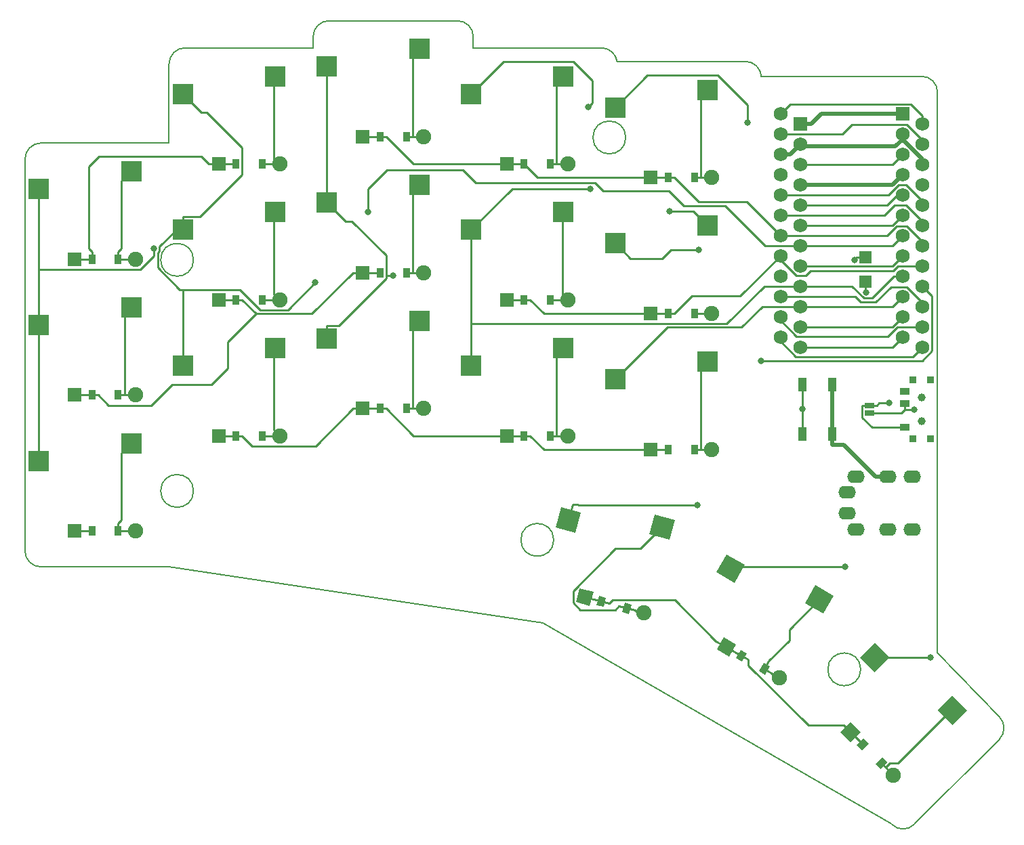
<source format=gbr>
G04 #@! TF.GenerationSoftware,KiCad,Pcbnew,5.1.5+dfsg1-2build2*
G04 #@! TF.CreationDate,2021-11-11T17:13:18+00:00*
G04 #@! TF.ProjectId,board,626f6172-642e-46b6-9963-61645f706362,VERSION_HERE*
G04 #@! TF.SameCoordinates,Original*
G04 #@! TF.FileFunction,Copper,L1,Top*
G04 #@! TF.FilePolarity,Positive*
%FSLAX46Y46*%
G04 Gerber Fmt 4.6, Leading zero omitted, Abs format (unit mm)*
G04 Created by KiCad (PCBNEW 5.1.5+dfsg1-2build2) date 2021-11-11 17:13:18*
%MOMM*%
%LPD*%
G04 APERTURE LIST*
G04 #@! TA.AperFunction,Profile*
%ADD10C,0.150000*%
G04 #@! TD*
G04 #@! TA.AperFunction,SMDPad,CuDef*
%ADD11R,2.600000X2.600000*%
G04 #@! TD*
G04 #@! TA.AperFunction,SMDPad,CuDef*
%ADD12R,0.900000X1.200000*%
G04 #@! TD*
G04 #@! TA.AperFunction,ComponentPad*
%ADD13C,1.905000*%
G04 #@! TD*
G04 #@! TA.AperFunction,ComponentPad*
%ADD14R,1.778000X1.778000*%
G04 #@! TD*
G04 #@! TA.AperFunction,SMDPad,CuDef*
%ADD15C,0.350000*%
G04 #@! TD*
G04 #@! TA.AperFunction,ComponentPad*
%ADD16C,0.350000*%
G04 #@! TD*
G04 #@! TA.AperFunction,ComponentPad*
%ADD17R,1.752600X1.752600*%
G04 #@! TD*
G04 #@! TA.AperFunction,ComponentPad*
%ADD18C,1.752600*%
G04 #@! TD*
G04 #@! TA.AperFunction,SMDPad,CuDef*
%ADD19R,1.500000X1.500000*%
G04 #@! TD*
G04 #@! TA.AperFunction,ComponentPad*
%ADD20O,2.200000X1.600000*%
G04 #@! TD*
G04 #@! TA.AperFunction,SMDPad,CuDef*
%ADD21R,1.143000X0.635000*%
G04 #@! TD*
G04 #@! TA.AperFunction,WasherPad*
%ADD22C,1.000000*%
G04 #@! TD*
G04 #@! TA.AperFunction,SMDPad,CuDef*
%ADD23R,1.250000X0.900000*%
G04 #@! TD*
G04 #@! TA.AperFunction,SMDPad,CuDef*
%ADD24R,0.900000X0.900000*%
G04 #@! TD*
G04 #@! TA.AperFunction,SMDPad,CuDef*
%ADD25R,1.100000X1.800000*%
G04 #@! TD*
G04 #@! TA.AperFunction,ViaPad*
%ADD26C,0.800000*%
G04 #@! TD*
G04 #@! TA.AperFunction,Conductor*
%ADD27C,0.250000*%
G04 #@! TD*
G04 #@! TA.AperFunction,Conductor*
%ADD28C,0.500000*%
G04 #@! TD*
G04 APERTURE END LIST*
D10*
X10000000Y-9500000D02*
X26000000Y-9500000D01*
X8000000Y-7500000D02*
X8000000Y41500000D01*
X10000000Y-9500000D02*
G75*
G02X8000000Y-7500000I0J2000000D01*
G01*
X26000000Y43500000D02*
X10000000Y43500000D01*
X8000000Y41500000D02*
G75*
G02X10000000Y43500000I2000000J0D01*
G01*
X44000000Y55400000D02*
X28000000Y55400000D01*
X26000000Y53400000D02*
G75*
G02X28000000Y55400000I2000000J0D01*
G01*
X26000000Y53400000D02*
X26000000Y43500000D01*
X64000000Y55400000D02*
X64000000Y56800000D01*
X62000000Y58800000D02*
G75*
G02X64000000Y56800000I0J-2000000D01*
G01*
X62000000Y58800000D02*
X46000000Y58800000D01*
X44000000Y56800000D02*
G75*
G02X46000000Y58800000I2000000J0D01*
G01*
X44000000Y56800000D02*
X44000000Y55400000D01*
X80000000Y55400000D02*
G75*
G02X81977391Y53699872I0J-2000000D01*
G01*
X80000000Y55400000D02*
X64000000Y55400000D01*
X98000000Y53700000D02*
G75*
G02X99994367Y51850000I0J-2000000D01*
G01*
X98000000Y53700000D02*
X82000000Y53700000D01*
X81977391Y53699872D02*
G75*
G02X82000000Y53700000I22609J-1999872D01*
G01*
X119117258Y-41686664D02*
G75*
G02X116288831Y-41686665I-1414214J1414213D01*
G01*
X119117258Y-41686665D02*
X129723860Y-31080063D01*
X129723859Y-28251636D02*
G75*
G02X129723860Y-31080063I-1414213J-1414214D01*
G01*
X122000000Y-20208734D02*
X129723860Y-28251636D01*
X116288831Y-41686665D02*
X72707107Y-16524745D01*
X72707107Y-16524745D02*
X26000000Y-9500000D01*
X122000000Y-20208734D02*
X122000000Y49850000D01*
X120000000Y51850000D02*
G75*
G02X122000000Y49850000I0J-2000000D01*
G01*
X120000000Y51850000D02*
X99994367Y51850000D01*
X29050000Y28900000D02*
G75*
G03X29050000Y28900000I-2050000J0D01*
G01*
X29050000Y0D02*
G75*
G03X29050000Y0I-2050000J0D01*
G01*
X83050000Y44200000D02*
G75*
G03X83050000Y44200000I-2050000J0D01*
G01*
X74050000Y-6120000D02*
G75*
G03X74050000Y-6120000I-2050000J0D01*
G01*
X112399134Y-22311939D02*
G75*
G03X112399134Y-22311939I-2050000J0D01*
G01*
D11*
G04 #@! TO.P,S1,1*
G04 #@! TO.N,pinky_bottom*
X21275000Y5950000D03*
G04 #@! TO.P,S1,2*
G04 #@! TO.N,P20*
X9725000Y3750000D03*
G04 #@! TD*
D12*
G04 #@! TO.P,D1,1*
G04 #@! TO.N,P6*
X16350000Y-5000000D03*
G04 #@! TO.P,D1,2*
G04 #@! TO.N,pinky_bottom*
X19650000Y-5000000D03*
D13*
G04 #@! TO.P,D1,1*
X21810000Y-5000000D03*
D14*
G04 #@! TO.P,D1,2*
G04 #@! TO.N,P6*
X14190000Y-5000000D03*
G04 #@! TD*
D11*
G04 #@! TO.P,S2,1*
G04 #@! TO.N,pinky_home*
X21275000Y22950000D03*
G04 #@! TO.P,S2,2*
G04 #@! TO.N,P20*
X9725000Y20750000D03*
G04 #@! TD*
D12*
G04 #@! TO.P,D2,1*
G04 #@! TO.N,P5*
X16350000Y12000000D03*
G04 #@! TO.P,D2,2*
G04 #@! TO.N,pinky_home*
X19650000Y12000000D03*
D13*
G04 #@! TO.P,D2,1*
X21810000Y12000000D03*
D14*
G04 #@! TO.P,D2,2*
G04 #@! TO.N,P5*
X14190000Y12000000D03*
G04 #@! TD*
D11*
G04 #@! TO.P,S3,1*
G04 #@! TO.N,pinky_top*
X21275000Y39950000D03*
G04 #@! TO.P,S3,2*
G04 #@! TO.N,P20*
X9725000Y37750000D03*
G04 #@! TD*
D12*
G04 #@! TO.P,D3,1*
G04 #@! TO.N,P4*
X16350000Y29000000D03*
G04 #@! TO.P,D3,2*
G04 #@! TO.N,pinky_top*
X19650000Y29000000D03*
D13*
G04 #@! TO.P,D3,1*
X21810000Y29000000D03*
D14*
G04 #@! TO.P,D3,2*
G04 #@! TO.N,P4*
X14190000Y29000000D03*
G04 #@! TD*
D11*
G04 #@! TO.P,S4,1*
G04 #@! TO.N,ring_bottom*
X39275000Y17850000D03*
G04 #@! TO.P,S4,2*
G04 #@! TO.N,P19*
X27725000Y15650000D03*
G04 #@! TD*
D12*
G04 #@! TO.P,D4,1*
G04 #@! TO.N,P6*
X34350000Y6900000D03*
G04 #@! TO.P,D4,2*
G04 #@! TO.N,ring_bottom*
X37650000Y6900000D03*
D13*
G04 #@! TO.P,D4,1*
X39810000Y6900000D03*
D14*
G04 #@! TO.P,D4,2*
G04 #@! TO.N,P6*
X32190000Y6900000D03*
G04 #@! TD*
D11*
G04 #@! TO.P,S5,1*
G04 #@! TO.N,ring_home*
X39275000Y34850000D03*
G04 #@! TO.P,S5,2*
G04 #@! TO.N,P19*
X27725000Y32650000D03*
G04 #@! TD*
D12*
G04 #@! TO.P,D5,1*
G04 #@! TO.N,P5*
X34350000Y23900000D03*
G04 #@! TO.P,D5,2*
G04 #@! TO.N,ring_home*
X37650000Y23900000D03*
D13*
G04 #@! TO.P,D5,1*
X39810000Y23900000D03*
D14*
G04 #@! TO.P,D5,2*
G04 #@! TO.N,P5*
X32190000Y23900000D03*
G04 #@! TD*
D11*
G04 #@! TO.P,S6,1*
G04 #@! TO.N,ring_top*
X39275000Y51850000D03*
G04 #@! TO.P,S6,2*
G04 #@! TO.N,P19*
X27725000Y49650000D03*
G04 #@! TD*
D12*
G04 #@! TO.P,D6,1*
G04 #@! TO.N,P4*
X34350000Y40900000D03*
G04 #@! TO.P,D6,2*
G04 #@! TO.N,ring_top*
X37650000Y40900000D03*
D13*
G04 #@! TO.P,D6,1*
X39810000Y40900000D03*
D14*
G04 #@! TO.P,D6,2*
G04 #@! TO.N,P4*
X32190000Y40900000D03*
G04 #@! TD*
D11*
G04 #@! TO.P,S7,1*
G04 #@! TO.N,middle_bottom*
X57275000Y21250000D03*
G04 #@! TO.P,S7,2*
G04 #@! TO.N,P18*
X45725000Y19050000D03*
G04 #@! TD*
D12*
G04 #@! TO.P,D7,1*
G04 #@! TO.N,P6*
X52350000Y10300000D03*
G04 #@! TO.P,D7,2*
G04 #@! TO.N,middle_bottom*
X55650000Y10300000D03*
D13*
G04 #@! TO.P,D7,1*
X57810000Y10300000D03*
D14*
G04 #@! TO.P,D7,2*
G04 #@! TO.N,P6*
X50190000Y10300000D03*
G04 #@! TD*
D11*
G04 #@! TO.P,S8,1*
G04 #@! TO.N,middle_home*
X57275000Y38250000D03*
G04 #@! TO.P,S8,2*
G04 #@! TO.N,P18*
X45725000Y36050000D03*
G04 #@! TD*
D12*
G04 #@! TO.P,D8,1*
G04 #@! TO.N,P5*
X52350000Y27300000D03*
G04 #@! TO.P,D8,2*
G04 #@! TO.N,middle_home*
X55650000Y27300000D03*
D13*
G04 #@! TO.P,D8,1*
X57810000Y27300000D03*
D14*
G04 #@! TO.P,D8,2*
G04 #@! TO.N,P5*
X50190000Y27300000D03*
G04 #@! TD*
D11*
G04 #@! TO.P,S9,1*
G04 #@! TO.N,middle_top*
X57275000Y55250000D03*
G04 #@! TO.P,S9,2*
G04 #@! TO.N,P18*
X45725000Y53050000D03*
G04 #@! TD*
D12*
G04 #@! TO.P,D9,1*
G04 #@! TO.N,P4*
X52350000Y44300000D03*
G04 #@! TO.P,D9,2*
G04 #@! TO.N,middle_top*
X55650000Y44300000D03*
D13*
G04 #@! TO.P,D9,1*
X57810000Y44300000D03*
D14*
G04 #@! TO.P,D9,2*
G04 #@! TO.N,P4*
X50190000Y44300000D03*
G04 #@! TD*
D11*
G04 #@! TO.P,S10,1*
G04 #@! TO.N,index_bottom*
X75275000Y17850000D03*
G04 #@! TO.P,S10,2*
G04 #@! TO.N,P15*
X63725000Y15650000D03*
G04 #@! TD*
D12*
G04 #@! TO.P,D10,1*
G04 #@! TO.N,P6*
X70350000Y6900000D03*
G04 #@! TO.P,D10,2*
G04 #@! TO.N,index_bottom*
X73650000Y6900000D03*
D13*
G04 #@! TO.P,D10,1*
X75810000Y6900000D03*
D14*
G04 #@! TO.P,D10,2*
G04 #@! TO.N,P6*
X68190000Y6900000D03*
G04 #@! TD*
D11*
G04 #@! TO.P,S11,1*
G04 #@! TO.N,index_home*
X75275000Y34850000D03*
G04 #@! TO.P,S11,2*
G04 #@! TO.N,P15*
X63725000Y32650000D03*
G04 #@! TD*
D12*
G04 #@! TO.P,D11,1*
G04 #@! TO.N,P5*
X70350000Y23900000D03*
G04 #@! TO.P,D11,2*
G04 #@! TO.N,index_home*
X73650000Y23900000D03*
D13*
G04 #@! TO.P,D11,1*
X75810000Y23900000D03*
D14*
G04 #@! TO.P,D11,2*
G04 #@! TO.N,P5*
X68190000Y23900000D03*
G04 #@! TD*
D11*
G04 #@! TO.P,S12,1*
G04 #@! TO.N,index_top*
X75275000Y51850000D03*
G04 #@! TO.P,S12,2*
G04 #@! TO.N,P15*
X63725000Y49650000D03*
G04 #@! TD*
D12*
G04 #@! TO.P,D12,1*
G04 #@! TO.N,P4*
X70350000Y40900000D03*
G04 #@! TO.P,D12,2*
G04 #@! TO.N,index_top*
X73650000Y40900000D03*
D13*
G04 #@! TO.P,D12,1*
X75810000Y40900000D03*
D14*
G04 #@! TO.P,D12,2*
G04 #@! TO.N,P4*
X68190000Y40900000D03*
G04 #@! TD*
D11*
G04 #@! TO.P,S13,1*
G04 #@! TO.N,inner_bottom*
X93275000Y16150000D03*
G04 #@! TO.P,S13,2*
G04 #@! TO.N,P14*
X81725000Y13950000D03*
G04 #@! TD*
D12*
G04 #@! TO.P,D13,1*
G04 #@! TO.N,P6*
X88350000Y5200000D03*
G04 #@! TO.P,D13,2*
G04 #@! TO.N,inner_bottom*
X91650000Y5200000D03*
D13*
G04 #@! TO.P,D13,1*
X93810000Y5200000D03*
D14*
G04 #@! TO.P,D13,2*
G04 #@! TO.N,P6*
X86190000Y5200000D03*
G04 #@! TD*
D11*
G04 #@! TO.P,S14,1*
G04 #@! TO.N,inner_home*
X93275000Y33150000D03*
G04 #@! TO.P,S14,2*
G04 #@! TO.N,P14*
X81725000Y30950000D03*
G04 #@! TD*
D12*
G04 #@! TO.P,D14,1*
G04 #@! TO.N,P5*
X88350000Y22200000D03*
G04 #@! TO.P,D14,2*
G04 #@! TO.N,inner_home*
X91650000Y22200000D03*
D13*
G04 #@! TO.P,D14,1*
X93810000Y22200000D03*
D14*
G04 #@! TO.P,D14,2*
G04 #@! TO.N,P5*
X86190000Y22200000D03*
G04 #@! TD*
D11*
G04 #@! TO.P,S15,1*
G04 #@! TO.N,inner_top*
X93275000Y50150000D03*
G04 #@! TO.P,S15,2*
G04 #@! TO.N,P14*
X81725000Y47950000D03*
G04 #@! TD*
D12*
G04 #@! TO.P,D15,1*
G04 #@! TO.N,P4*
X88350000Y39200000D03*
G04 #@! TO.P,D15,2*
G04 #@! TO.N,inner_top*
X91650000Y39200000D03*
D13*
G04 #@! TO.P,D15,1*
X93810000Y39200000D03*
D14*
G04 #@! TO.P,D15,2*
G04 #@! TO.N,P4*
X86190000Y39200000D03*
G04 #@! TD*
G04 #@! TA.AperFunction,SMDPad,CuDef*
D15*
G04 #@! TO.P,S16,1*
G04 #@! TO.N,near_thumb*
G36*
X86004512Y-5438613D02*
G01*
X86677441Y-2927206D01*
X89188848Y-3600135D01*
X88515919Y-6111542D01*
X86004512Y-5438613D01*
G37*
G04 #@! TD.AperFunction*
G04 #@! TA.AperFunction,SMDPad,CuDef*
G04 #@! TO.P,S16,2*
G04 #@! TO.N,P18*
G36*
X74278667Y-4574290D02*
G01*
X74951596Y-2062883D01*
X77463003Y-2735812D01*
X76790074Y-5247219D01*
X74278667Y-4574290D01*
G37*
G04 #@! TD.AperFunction*
G04 #@! TD*
G04 #@! TA.AperFunction,SMDPad,CuDef*
G04 #@! TO.P,D16,1*
G04 #@! TO.N,P7*
G36*
X79415464Y-14284637D02*
G01*
X79726047Y-13125526D01*
X80595380Y-13358463D01*
X80284797Y-14517574D01*
X79415464Y-14284637D01*
G37*
G04 #@! TD.AperFunction*
G04 #@! TA.AperFunction,SMDPad,CuDef*
G04 #@! TO.P,D16,2*
G04 #@! TO.N,near_thumb*
G36*
X82603020Y-15138737D02*
G01*
X82913603Y-13979626D01*
X83782936Y-14212563D01*
X83472353Y-15371674D01*
X82603020Y-15138737D01*
G37*
G04 #@! TD.AperFunction*
D13*
G04 #@! TO.P,D16,1*
X85279377Y-15234702D03*
G04 #@! TA.AperFunction,ComponentPad*
D16*
G04 #@! TO.P,D16,2*
G04 #@! TO.N,P7*
G36*
X76830225Y-13891116D02*
G01*
X77290405Y-12173700D01*
X79007821Y-12633880D01*
X78547641Y-14351296D01*
X76830225Y-13891116D01*
G37*
G04 #@! TD.AperFunction*
G04 #@! TD*
G04 #@! TA.AperFunction,SMDPad,CuDef*
D15*
G04 #@! TO.P,S17,1*
G04 #@! TO.N,home_thumb*
G36*
X105466400Y-14057982D02*
G01*
X106766400Y-11806316D01*
X109018066Y-13106316D01*
X107718066Y-15357982D01*
X105466400Y-14057982D01*
G37*
G04 #@! TD.AperFunction*
G04 #@! TA.AperFunction,SMDPad,CuDef*
G04 #@! TO.P,S17,2*
G04 #@! TO.N,P15*
G36*
X94363807Y-10188238D02*
G01*
X95663807Y-7936572D01*
X97915473Y-9236572D01*
X96615473Y-11488238D01*
X94363807Y-10188238D01*
G37*
G04 #@! TD.AperFunction*
G04 #@! TD*
G04 #@! TA.AperFunction,SMDPad,CuDef*
G04 #@! TO.P,D17,1*
G04 #@! TO.N,P7*
G36*
X96812247Y-20897315D02*
G01*
X97412247Y-19858085D01*
X98191669Y-20308085D01*
X97591669Y-21347315D01*
X96812247Y-20897315D01*
G37*
G04 #@! TD.AperFunction*
G04 #@! TA.AperFunction,SMDPad,CuDef*
G04 #@! TO.P,D17,2*
G04 #@! TO.N,home_thumb*
G36*
X99670131Y-22547315D02*
G01*
X100270131Y-21508085D01*
X101049553Y-21958085D01*
X100449553Y-22997315D01*
X99670131Y-22547315D01*
G37*
G04 #@! TD.AperFunction*
D13*
G04 #@! TO.P,D17,1*
X102230457Y-23332700D03*
G04 #@! TA.AperFunction,ComponentPad*
D16*
G04 #@! TO.P,D17,2*
G04 #@! TO.N,P7*
G36*
X94416946Y-19848097D02*
G01*
X95305946Y-18308303D01*
X96845740Y-19197303D01*
X95956740Y-20737097D01*
X94416946Y-19848097D01*
G37*
G04 #@! TD.AperFunction*
G04 #@! TD*
G04 #@! TA.AperFunction,SMDPad,CuDef*
D15*
G04 #@! TO.P,S18,1*
G04 #@! TO.N,far_thumb*
G36*
X122033582Y-27420789D02*
G01*
X123872060Y-25582311D01*
X125710538Y-27420789D01*
X123872060Y-29259267D01*
X122033582Y-27420789D01*
G37*
G04 #@! TD.AperFunction*
G04 #@! TA.AperFunction,SMDPad,CuDef*
G04 #@! TO.P,S18,2*
G04 #@! TO.N,P14*
G36*
X112310864Y-20809341D02*
G01*
X114149342Y-18970863D01*
X115987820Y-20809341D01*
X114149342Y-22647819D01*
X112310864Y-20809341D01*
G37*
G04 #@! TD.AperFunction*
G04 #@! TD*
G04 #@! TA.AperFunction,SMDPad,CuDef*
G04 #@! TO.P,D18,1*
G04 #@! TO.N,P7*
G36*
X111904812Y-31787140D02*
G01*
X112753340Y-30938612D01*
X113389736Y-31575008D01*
X112541208Y-32423536D01*
X111904812Y-31787140D01*
G37*
G04 #@! TD.AperFunction*
G04 #@! TA.AperFunction,SMDPad,CuDef*
G04 #@! TO.P,D18,2*
G04 #@! TO.N,far_thumb*
G36*
X114238264Y-34120592D02*
G01*
X115086792Y-33272064D01*
X115723188Y-33908460D01*
X114874660Y-34756988D01*
X114238264Y-34120592D01*
G37*
G04 #@! TD.AperFunction*
D13*
G04 #@! TO.P,D18,1*
X116508077Y-35541877D03*
G04 #@! TA.AperFunction,ComponentPad*
D16*
G04 #@! TO.P,D18,2*
G04 #@! TO.N,P7*
G36*
X109862687Y-30153723D02*
G01*
X111119923Y-28896487D01*
X112377159Y-30153723D01*
X111119923Y-31410959D01*
X109862687Y-30153723D01*
G37*
G04 #@! TD.AperFunction*
G04 #@! TD*
D17*
G04 #@! TO.P,MCU1,1*
G04 #@! TO.N,RAW*
X117620000Y47170000D03*
D18*
G04 #@! TO.P,MCU1,2*
G04 #@! TO.N,GND*
X117620000Y44630000D03*
G04 #@! TO.P,MCU1,3*
G04 #@! TO.N,RST*
X117620000Y42090000D03*
G04 #@! TO.P,MCU1,4*
G04 #@! TO.N,VCC*
X117620000Y39550000D03*
G04 #@! TO.P,MCU1,5*
G04 #@! TO.N,P21*
X117620000Y37010000D03*
G04 #@! TO.P,MCU1,6*
G04 #@! TO.N,P20*
X117620000Y34470000D03*
G04 #@! TO.P,MCU1,7*
G04 #@! TO.N,P19*
X117620000Y31930000D03*
G04 #@! TO.P,MCU1,8*
G04 #@! TO.N,P18*
X117620000Y29390000D03*
G04 #@! TO.P,MCU1,9*
G04 #@! TO.N,P15*
X117620000Y26850000D03*
G04 #@! TO.P,MCU1,10*
G04 #@! TO.N,P14*
X117620000Y24310000D03*
G04 #@! TO.P,MCU1,11*
G04 #@! TO.N,P16*
X117620000Y21770000D03*
G04 #@! TO.P,MCU1,12*
G04 #@! TO.N,P10*
X117620000Y19230000D03*
G04 #@! TO.P,MCU1,13*
G04 #@! TO.N,P1*
X102380000Y47170000D03*
G04 #@! TO.P,MCU1,14*
G04 #@! TO.N,P0*
X102380000Y44630000D03*
G04 #@! TO.P,MCU1,15*
G04 #@! TO.N,GND*
X102380000Y42090000D03*
G04 #@! TO.P,MCU1,16*
X102380000Y39550000D03*
G04 #@! TO.P,MCU1,17*
G04 #@! TO.N,P2*
X102380000Y37010000D03*
G04 #@! TO.P,MCU1,18*
G04 #@! TO.N,P3*
X102380000Y34470000D03*
G04 #@! TO.P,MCU1,19*
G04 #@! TO.N,P4*
X102380000Y31930000D03*
G04 #@! TO.P,MCU1,20*
G04 #@! TO.N,P5*
X102380000Y29390000D03*
G04 #@! TO.P,MCU1,21*
G04 #@! TO.N,P6*
X102380000Y26850000D03*
G04 #@! TO.P,MCU1,22*
G04 #@! TO.N,P7*
X102380000Y24310000D03*
G04 #@! TO.P,MCU1,23*
G04 #@! TO.N,P8*
X102380000Y21770000D03*
G04 #@! TO.P,MCU1,24*
G04 #@! TO.N,P9*
X102380000Y19230000D03*
G04 #@! TD*
D17*
G04 #@! TO.P,MCU2,1*
G04 #@! TO.N,RAW*
X104880000Y45920000D03*
D18*
G04 #@! TO.P,MCU2,2*
G04 #@! TO.N,GND*
X104880000Y43380000D03*
G04 #@! TO.P,MCU2,3*
G04 #@! TO.N,RST*
X104880000Y40840000D03*
G04 #@! TO.P,MCU2,4*
G04 #@! TO.N,VCC*
X104880000Y38300000D03*
G04 #@! TO.P,MCU2,5*
G04 #@! TO.N,P21*
X104880000Y35760000D03*
G04 #@! TO.P,MCU2,6*
G04 #@! TO.N,P20*
X104880000Y33220000D03*
G04 #@! TO.P,MCU2,7*
G04 #@! TO.N,P19*
X104880000Y30680000D03*
G04 #@! TO.P,MCU2,8*
G04 #@! TO.N,P18*
X104880000Y28140000D03*
G04 #@! TO.P,MCU2,9*
G04 #@! TO.N,P15*
X104880000Y25600000D03*
G04 #@! TO.P,MCU2,10*
G04 #@! TO.N,P14*
X104880000Y23060000D03*
G04 #@! TO.P,MCU2,11*
G04 #@! TO.N,P16*
X104880000Y20520000D03*
G04 #@! TO.P,MCU2,12*
G04 #@! TO.N,P10*
X104880000Y17980000D03*
G04 #@! TO.P,MCU2,13*
G04 #@! TO.N,P1*
X120120000Y45920000D03*
G04 #@! TO.P,MCU2,14*
G04 #@! TO.N,P0*
X120120000Y43380000D03*
G04 #@! TO.P,MCU2,15*
G04 #@! TO.N,GND*
X120120000Y40840000D03*
G04 #@! TO.P,MCU2,16*
X120120000Y38300000D03*
G04 #@! TO.P,MCU2,17*
G04 #@! TO.N,P2*
X120120000Y35760000D03*
G04 #@! TO.P,MCU2,18*
G04 #@! TO.N,P3*
X120120000Y33220000D03*
G04 #@! TO.P,MCU2,19*
G04 #@! TO.N,P4*
X120120000Y30680000D03*
G04 #@! TO.P,MCU2,20*
G04 #@! TO.N,P5*
X120120000Y28140000D03*
G04 #@! TO.P,MCU2,21*
G04 #@! TO.N,P6*
X120120000Y25600000D03*
G04 #@! TO.P,MCU2,22*
G04 #@! TO.N,P7*
X120120000Y23060000D03*
G04 #@! TO.P,MCU2,23*
G04 #@! TO.N,P8*
X120120000Y20520000D03*
G04 #@! TO.P,MCU2,24*
G04 #@! TO.N,P9*
X120120000Y17980000D03*
G04 #@! TD*
D19*
G04 #@! TO.P,PAD1,1*
G04 #@! TO.N,Braw*
X113000000Y26200000D03*
G04 #@! TD*
G04 #@! TO.P,PAD2,1*
G04 #@! TO.N,Bminus*
X113000000Y29200000D03*
G04 #@! TD*
D20*
G04 #@! TO.P,TRRS1,1*
G04 #@! TO.N,N/C*
X110700000Y-200000D03*
G04 #@! TO.P,TRRS1,2*
G04 #@! TO.N,VCC*
X111800000Y-4800000D03*
G04 #@! TO.P,TRRS1,3*
G04 #@! TO.N,GND*
X115800000Y-4800000D03*
G04 #@! TO.P,TRRS1,4*
G04 #@! TO.N,P0*
X118800000Y-4800000D03*
G04 #@! TD*
G04 #@! TO.P,TRRS2,1*
G04 #@! TO.N,N/C*
X110700000Y-2800000D03*
G04 #@! TO.P,TRRS2,2*
G04 #@! TO.N,VCC*
X111800000Y1800000D03*
G04 #@! TO.P,TRRS2,3*
G04 #@! TO.N,GND*
X115800000Y1800000D03*
G04 #@! TO.P,TRRS2,4*
G04 #@! TO.N,P0*
X118800000Y1800000D03*
G04 #@! TD*
D21*
G04 #@! TO.P,J2,1*
G04 #@! TO.N,Braw*
X113500000Y10700380D03*
G04 #@! TO.P,J2,2*
G04 #@! TO.N,Bplus*
X113500000Y9699620D03*
G04 #@! TD*
D22*
G04 #@! TO.P,T1,*
G04 #@! TO.N,*
X120000000Y8700000D03*
X120000000Y11700000D03*
D23*
G04 #@! TO.P,T1,1*
G04 #@! TO.N,Braw*
X117925000Y7950000D03*
G04 #@! TO.P,T1,2*
G04 #@! TO.N,Bplus*
X117925000Y10950000D03*
G04 #@! TO.P,T1,3*
G04 #@! TO.N,N/C*
X117925000Y12450000D03*
D24*
G04 #@! TO.P,T1,*
G04 #@! TO.N,*
X121100000Y6500000D03*
X118900000Y6500000D03*
X118900000Y13900000D03*
X121100000Y13900000D03*
G04 #@! TD*
D22*
G04 #@! TO.P,T2,*
G04 #@! TO.N,*
X120000000Y8700000D03*
X120000000Y11700000D03*
G04 #@! TD*
D25*
G04 #@! TO.P,B1,1*
G04 #@! TO.N,GND*
X108850000Y13300000D03*
X108850000Y7100000D03*
G04 #@! TO.P,B1,2*
G04 #@! TO.N,RST*
X105150000Y13300000D03*
X105150000Y7100000D03*
G04 #@! TD*
D26*
G04 #@! TO.N,P20*
X24087700Y30297700D03*
G04 #@! TO.N,P6*
X99926300Y16268500D03*
G04 #@! TO.N,P19*
X50825400Y34887100D03*
X44275000Y26051400D03*
G04 #@! TO.N,P18*
X54000000Y26937500D03*
X92019800Y-1797300D03*
G04 #@! TO.N,P15*
X78408000Y48011900D03*
X78597500Y37787300D03*
X110472400Y-9514600D03*
G04 #@! TO.N,P14*
X98275000Y46040500D03*
X92196000Y30183600D03*
X121164200Y-20809300D03*
G04 #@! TO.N,inner_home*
X88550400Y34975400D03*
G04 #@! TO.N,RST*
X105150000Y10211400D03*
G04 #@! TO.N,Braw*
X115952000Y10991800D03*
X113088300Y24841800D03*
G04 #@! TO.N,Bminus*
X111613800Y28889100D03*
G04 #@! TO.N,Bplus*
X119116600Y10200000D03*
G04 #@! TD*
D27*
G04 #@! TO.N,pinky_bottom*
X19650000Y-5000000D02*
X19650000Y-4074700D01*
X21275000Y5950000D02*
X20074900Y4749900D01*
X20074900Y4749900D02*
X20074900Y-3649800D01*
X20074900Y-3649800D02*
X19650000Y-4074700D01*
X21810000Y-5000000D02*
X19650000Y-5000000D01*
G04 #@! TO.N,P20*
X9725000Y27713400D02*
X9725000Y20750000D01*
X9725000Y37750000D02*
X9725000Y27713400D01*
X9725000Y27713400D02*
X22396200Y27713400D01*
X22396200Y27713400D02*
X24087700Y29404900D01*
X24087700Y29404900D02*
X24087700Y30297700D01*
X9725000Y20750000D02*
X9725000Y3750000D01*
X104880000Y33220000D02*
X116370000Y33220000D01*
X116370000Y33220000D02*
X117620000Y34470000D01*
G04 #@! TO.N,P6*
X120120000Y25600000D02*
X121329800Y24390200D01*
X121329800Y24390200D02*
X121329800Y17488300D01*
X121329800Y17488300D02*
X120110000Y16268500D01*
X120110000Y16268500D02*
X99926300Y16268500D01*
X50190000Y10300000D02*
X48975700Y10300000D01*
X48975700Y10300000D02*
X44290500Y5614800D01*
X44290500Y5614800D02*
X36410500Y5614800D01*
X36410500Y5614800D02*
X35125300Y6900000D01*
X52350000Y10300000D02*
X50190000Y10300000D01*
X34350000Y6900000D02*
X35125300Y6900000D01*
X14190000Y-5000000D02*
X16350000Y-5000000D01*
X34350000Y6900000D02*
X32190000Y6900000D01*
X52350000Y10300000D02*
X53125300Y10300000D01*
X68190000Y6900000D02*
X56525300Y6900000D01*
X56525300Y6900000D02*
X53125300Y10300000D01*
X70350000Y6900000D02*
X68190000Y6900000D01*
X70350000Y6900000D02*
X71125300Y6900000D01*
X86190000Y5200000D02*
X72825300Y5200000D01*
X72825300Y5200000D02*
X71125300Y6900000D01*
X88350000Y5200000D02*
X86190000Y5200000D01*
G04 #@! TO.N,pinky_home*
X21810000Y12000000D02*
X20425300Y12000000D01*
X19650000Y12000000D02*
X20425300Y12000000D01*
X21275000Y22950000D02*
X20425300Y22100300D01*
X20425300Y22100300D02*
X20425300Y12000000D01*
G04 #@! TO.N,P5*
X120120000Y28140000D02*
X117085600Y28140000D01*
X117085600Y28140000D02*
X116447600Y27502000D01*
X116447600Y27502000D02*
X106145100Y27502000D01*
X106145100Y27502000D02*
X105549400Y26906300D01*
X105549400Y26906300D02*
X104347800Y26906300D01*
X104347800Y26906300D02*
X102380000Y28874100D01*
X102380000Y28874100D02*
X102380000Y29390000D01*
X36864000Y22161300D02*
X43837000Y22161300D01*
X43837000Y22161300D02*
X48975700Y27300000D01*
X35125300Y23900000D02*
X36864000Y22161300D01*
X36864000Y22161300D02*
X33364700Y18662000D01*
X33364700Y18662000D02*
X33364700Y15354800D01*
X33364700Y15354800D02*
X31334800Y13324900D01*
X31334800Y13324900D02*
X26413500Y13324900D01*
X26413500Y13324900D02*
X23800200Y10711600D01*
X23800200Y10711600D02*
X18413700Y10711600D01*
X18413700Y10711600D02*
X17125300Y12000000D01*
X102380000Y29390000D02*
X97362900Y24372900D01*
X97362900Y24372900D02*
X91298100Y24372900D01*
X91298100Y24372900D02*
X91298100Y24372800D01*
X91298100Y24372800D02*
X89125300Y22200000D01*
X16350000Y12000000D02*
X17125300Y12000000D01*
X34350000Y23900000D02*
X35125300Y23900000D01*
X50190000Y27300000D02*
X48975700Y27300000D01*
X52350000Y27300000D02*
X50190000Y27300000D01*
X14190000Y12000000D02*
X16350000Y12000000D01*
X32190000Y23900000D02*
X34350000Y23900000D01*
X70350000Y23900000D02*
X68190000Y23900000D01*
X70350000Y23900000D02*
X71125300Y23900000D01*
X86190000Y22200000D02*
X72825300Y22200000D01*
X72825300Y22200000D02*
X71125300Y23900000D01*
X88350000Y22200000D02*
X86190000Y22200000D01*
X88350000Y22200000D02*
X89125300Y22200000D01*
G04 #@! TO.N,pinky_top*
X19650000Y29000000D02*
X19650000Y29925300D01*
X21275000Y39950000D02*
X20074400Y38749400D01*
X20074400Y38749400D02*
X20074400Y30349700D01*
X20074400Y30349700D02*
X19650000Y29925300D01*
X21810000Y29000000D02*
X19650000Y29000000D01*
G04 #@! TO.N,P4*
X32190000Y40900000D02*
X30975700Y40900000D01*
X30975700Y40900000D02*
X30045400Y41830300D01*
X30045400Y41830300D02*
X17243300Y41830300D01*
X17243300Y41830300D02*
X15952300Y40539300D01*
X15952300Y40539300D02*
X15952300Y30323000D01*
X15952300Y30323000D02*
X16350000Y29925300D01*
X32190000Y40900000D02*
X34350000Y40900000D01*
X16350000Y29000000D02*
X16350000Y29925300D01*
X86190000Y39200000D02*
X84975700Y39200000D01*
X84975700Y39200000D02*
X72050000Y39200000D01*
X72050000Y39200000D02*
X70350000Y40900000D01*
X86190000Y39200000D02*
X88350000Y39200000D01*
X102380000Y31930000D02*
X98158900Y36151100D01*
X98158900Y36151100D02*
X92174200Y36151100D01*
X92174200Y36151100D02*
X89125300Y39200000D01*
X120120000Y30680000D02*
X120120000Y31166900D01*
X120120000Y31166900D02*
X118142400Y33144500D01*
X118142400Y33144500D02*
X116931400Y33144500D01*
X116931400Y33144500D02*
X115716900Y31930000D01*
X115716900Y31930000D02*
X102380000Y31930000D01*
X14190000Y29000000D02*
X16350000Y29000000D01*
X50190000Y44300000D02*
X52350000Y44300000D01*
X68190000Y40900000D02*
X66975700Y40900000D01*
X66975700Y40900000D02*
X56525300Y40900000D01*
X56525300Y40900000D02*
X53125300Y44300000D01*
X68190000Y40900000D02*
X70350000Y40900000D01*
X52350000Y44300000D02*
X53125300Y44300000D01*
X88350000Y39200000D02*
X89125300Y39200000D01*
G04 #@! TO.N,ring_bottom*
X39275000Y17850000D02*
X39121100Y17696100D01*
X39121100Y17696100D02*
X39121100Y7588900D01*
X39121100Y7588900D02*
X39810000Y6900000D01*
X39810000Y6900000D02*
X37650000Y6900000D01*
G04 #@! TO.N,P19*
X104880000Y30680000D02*
X100434400Y30680000D01*
X100434400Y30680000D02*
X95507000Y35607400D01*
X95507000Y35607400D02*
X90333600Y35607400D01*
X90333600Y35607400D02*
X88428500Y37512500D01*
X88428500Y37512500D02*
X80270500Y37512500D01*
X80270500Y37512500D02*
X79239800Y38543200D01*
X79239800Y38543200D02*
X64302800Y38543200D01*
X64302800Y38543200D02*
X62738000Y40108000D01*
X62738000Y40108000D02*
X53188600Y40108000D01*
X53188600Y40108000D02*
X50825400Y37744800D01*
X50825400Y37744800D02*
X50825400Y34887100D01*
X117620000Y31930000D02*
X116370000Y30680000D01*
X116370000Y30680000D02*
X104880000Y30680000D01*
X27725000Y25185700D02*
X27333300Y25185700D01*
X27333300Y25185700D02*
X24592400Y27926600D01*
X24592400Y27926600D02*
X24592400Y29776600D01*
X24592400Y29776600D02*
X24813000Y29997200D01*
X24813000Y29997200D02*
X24813000Y30554900D01*
X24813000Y30554900D02*
X27725000Y33466900D01*
X27725000Y15650000D02*
X27725000Y25185700D01*
X27725000Y25185700D02*
X34854200Y25185700D01*
X34854200Y25185700D02*
X37428300Y22611600D01*
X37428300Y22611600D02*
X40835200Y22611600D01*
X40835200Y22611600D02*
X44275000Y26051400D01*
X27725000Y49650000D02*
X30036100Y47338900D01*
X30036100Y47338900D02*
X30740700Y47338900D01*
X30740700Y47338900D02*
X35125400Y42954200D01*
X35125400Y42954200D02*
X35125400Y39581600D01*
X35125400Y39581600D02*
X29819100Y34275300D01*
X29819100Y34275300D02*
X27725000Y34275300D01*
X27725000Y33466900D02*
X27725000Y34275300D01*
X27725000Y32650000D02*
X27725000Y33466900D01*
G04 #@! TO.N,ring_home*
X39275000Y34850000D02*
X39121100Y34696100D01*
X39121100Y34696100D02*
X39121100Y24588900D01*
X39121100Y24588900D02*
X39810000Y23900000D01*
X39810000Y23900000D02*
X37650000Y23900000D01*
G04 #@! TO.N,ring_top*
X39121100Y40900000D02*
X37650000Y40900000D01*
X39810000Y40900000D02*
X39121100Y40900000D01*
X39275000Y51850000D02*
X39121100Y51696100D01*
X39121100Y51696100D02*
X39121100Y40900000D01*
G04 #@! TO.N,middle_bottom*
X57810000Y10300000D02*
X56425300Y10300000D01*
X55650000Y10300000D02*
X56425300Y10300000D01*
X57275000Y21250000D02*
X56425300Y20400300D01*
X56425300Y20400300D02*
X56425300Y10300000D01*
G04 #@! TO.N,P18*
X45725000Y53050000D02*
X45725000Y36050000D01*
X53125400Y26937500D02*
X53125400Y26552000D01*
X53125400Y26552000D02*
X47248700Y20675300D01*
X47248700Y20675300D02*
X45725000Y20675300D01*
X45725000Y36050000D02*
X48036100Y33738900D01*
X48036100Y33738900D02*
X48818300Y33738900D01*
X48818300Y33738900D02*
X53125400Y29431800D01*
X53125400Y29431800D02*
X53125400Y26937500D01*
X54000000Y26937500D02*
X53125400Y26937500D01*
X117620000Y29390000D02*
X116354600Y28124600D01*
X116354600Y28124600D02*
X104895400Y28124600D01*
X104895400Y28124600D02*
X104880000Y28140000D01*
X45725000Y19050000D02*
X45725000Y20675300D01*
X76404200Y-1664400D02*
X77020100Y-1664400D01*
X77020100Y-1664400D02*
X77153000Y-1797300D01*
X77153000Y-1797300D02*
X92019800Y-1797300D01*
X75870800Y-3655100D02*
X76404200Y-1664400D01*
G04 #@! TO.N,middle_home*
X57810000Y27300000D02*
X56425300Y27300000D01*
X55650000Y27300000D02*
X56425300Y27300000D01*
X57275000Y38250000D02*
X56425300Y37400300D01*
X56425300Y37400300D02*
X56425300Y27300000D01*
G04 #@! TO.N,middle_top*
X57810000Y44300000D02*
X56425300Y44300000D01*
X55650000Y44300000D02*
X56425300Y44300000D01*
X57275000Y55250000D02*
X56425300Y54400300D01*
X56425300Y54400300D02*
X56425300Y44300000D01*
G04 #@! TO.N,index_bottom*
X75810000Y6900000D02*
X74425300Y6900000D01*
X73650000Y6900000D02*
X74425300Y6900000D01*
X75275000Y17850000D02*
X74425300Y17000300D01*
X74425300Y17000300D02*
X74425300Y6900000D01*
G04 #@! TO.N,P15*
X63725000Y20907600D02*
X63725000Y32650000D01*
X63725000Y15650000D02*
X63725000Y20907600D01*
X63725000Y20907600D02*
X95681100Y20907600D01*
X95681100Y20907600D02*
X100373500Y25600000D01*
X100373500Y25600000D02*
X104880000Y25600000D01*
X63725000Y49650000D02*
X67795000Y53720000D01*
X67795000Y53720000D02*
X76494400Y53720000D01*
X76494400Y53720000D02*
X78880200Y51334200D01*
X78880200Y51334200D02*
X78880200Y48484100D01*
X78880200Y48484100D02*
X78408000Y48011900D01*
X104880000Y25600000D02*
X111297900Y25600000D01*
X111297900Y25600000D02*
X112787200Y24110700D01*
X112787200Y24110700D02*
X113805600Y24110700D01*
X113805600Y24110700D02*
X116544900Y26850000D01*
X116544900Y26850000D02*
X117620000Y26850000D01*
X63725000Y32650000D02*
X68862300Y37787300D01*
X68862300Y37787300D02*
X78597500Y37787300D01*
X96139600Y-9712400D02*
X96337400Y-9514600D01*
X96337400Y-9514600D02*
X110472400Y-9514600D01*
G04 #@! TO.N,index_home*
X75275000Y34850000D02*
X75145700Y34720700D01*
X75145700Y34720700D02*
X75145700Y24564300D01*
X75145700Y24564300D02*
X75810000Y23900000D01*
X75810000Y23900000D02*
X73650000Y23900000D01*
G04 #@! TO.N,index_top*
X75810000Y40900000D02*
X74425300Y40900000D01*
X73650000Y40900000D02*
X74425300Y40900000D01*
X75275000Y51850000D02*
X74425300Y51000300D01*
X74425300Y51000300D02*
X74425300Y40900000D01*
G04 #@! TO.N,inner_bottom*
X93810000Y5200000D02*
X92425300Y5200000D01*
X91650000Y5200000D02*
X92425300Y5200000D01*
X93275000Y16150000D02*
X92425300Y15300300D01*
X92425300Y15300300D02*
X92425300Y5200000D01*
G04 #@! TO.N,P14*
X81725000Y47950000D02*
X85757900Y51982900D01*
X85757900Y51982900D02*
X94513100Y51982900D01*
X94513100Y51982900D02*
X98275000Y48221000D01*
X98275000Y48221000D02*
X98275000Y46040500D01*
X104880000Y23060000D02*
X116370000Y23060000D01*
X116370000Y23060000D02*
X117620000Y24310000D01*
X92196000Y30183600D02*
X88682300Y30183600D01*
X88682300Y30183600D02*
X87561000Y29062300D01*
X87561000Y29062300D02*
X83612700Y29062300D01*
X83612700Y29062300D02*
X81725000Y30950000D01*
X81725000Y13950000D02*
X88232200Y20457200D01*
X88232200Y20457200D02*
X97542600Y20457200D01*
X97542600Y20457200D02*
X100145400Y23060000D01*
X100145400Y23060000D02*
X104880000Y23060000D01*
X114149300Y-20809300D02*
X121164200Y-20809300D01*
G04 #@! TO.N,inner_home*
X93275000Y33150000D02*
X91449600Y34975400D01*
X91449600Y34975400D02*
X88550400Y34975400D01*
X93810000Y22200000D02*
X91650000Y22200000D01*
G04 #@! TO.N,inner_top*
X93810000Y39200000D02*
X92425300Y39200000D01*
X91650000Y39200000D02*
X92425300Y39200000D01*
X93275000Y50150000D02*
X92425300Y49300300D01*
X92425300Y49300300D02*
X92425300Y39200000D01*
G04 #@! TO.N,near_thumb*
X83193000Y-14675700D02*
X82204500Y-14410800D01*
X87596700Y-4519400D02*
X84913300Y-7202800D01*
X84913300Y-7202800D02*
X81759800Y-7202800D01*
X81759800Y-7202800D02*
X76468000Y-12494600D01*
X76468000Y-12494600D02*
X76468000Y-14003400D01*
X76468000Y-14003400D02*
X77351900Y-14887300D01*
X77351900Y-14887300D02*
X81728100Y-14887300D01*
X81728100Y-14887300D02*
X82204500Y-14410900D01*
X82204500Y-14410900D02*
X82204500Y-14410800D01*
X83193000Y-14675700D02*
X84181400Y-14940500D01*
X85279400Y-15234700D02*
X84475500Y-15234700D01*
X84475500Y-15234700D02*
X84181400Y-14940600D01*
X84181400Y-14940600D02*
X84181400Y-14940500D01*
G04 #@! TO.N,P7*
X80005400Y-13821500D02*
X80993900Y-14086400D01*
X80993900Y-14086400D02*
X80993900Y-14086300D01*
X80993900Y-14086300D02*
X81446100Y-13634100D01*
X81446100Y-13634100D02*
X89179200Y-13634100D01*
X89179200Y-13634100D02*
X94297900Y-18752800D01*
X79406300Y-13661000D02*
X79844900Y-13661000D01*
X79844900Y-13661000D02*
X80005400Y-13821500D01*
X95631300Y-19522700D02*
X94297900Y-18752800D01*
X102380000Y24310000D02*
X111726000Y24310000D01*
X111726000Y24310000D02*
X112426700Y23609300D01*
X112426700Y23609300D02*
X114259300Y23609300D01*
X114259300Y23609300D02*
X116177400Y25527400D01*
X116177400Y25527400D02*
X118165500Y25527400D01*
X118165500Y25527400D02*
X120120000Y23572900D01*
X120120000Y23572900D02*
X120120000Y23060000D01*
X95631300Y-19522700D02*
X96964700Y-20292600D01*
X96964700Y-20292600D02*
X97274800Y-20602700D01*
X97274800Y-20602700D02*
X97502000Y-20602700D01*
X111119900Y-30153700D02*
X110261300Y-29295100D01*
X110261300Y-29295100D02*
X105880700Y-29295100D01*
X105880700Y-29295100D02*
X98388000Y-21802400D01*
X98388000Y-21802400D02*
X98388000Y-21114400D01*
X98388000Y-21114400D02*
X98388100Y-21114300D01*
X112647300Y-31681100D02*
X111119900Y-30153700D01*
X97502000Y-20602700D02*
X98388100Y-21114300D01*
X77919000Y-13262500D02*
X79406300Y-13661000D01*
G04 #@! TO.N,home_thumb*
X100359800Y-22252700D02*
X100926400Y-21271400D01*
X107242200Y-13582100D02*
X103475100Y-17349200D01*
X103475100Y-17349200D02*
X103475100Y-18722700D01*
X103475100Y-18722700D02*
X100926400Y-21271400D01*
X100359800Y-22252700D02*
X101246000Y-22764300D01*
X102230500Y-23332700D02*
X101814400Y-23332700D01*
X101814400Y-23332700D02*
X101246000Y-22764300D01*
G04 #@! TO.N,far_thumb*
X115529000Y-34562700D02*
X116508100Y-35541900D01*
X114980700Y-34014500D02*
X115529000Y-34562700D01*
X123872100Y-27420800D02*
X123653900Y-27420800D01*
X123653900Y-27420800D02*
X117060200Y-34014500D01*
X117060200Y-34014500D02*
X116077200Y-34014500D01*
X116077200Y-34014500D02*
X115529000Y-34562700D01*
D28*
G04 #@! TO.N,RAW*
X104880000Y45920000D02*
X106206600Y45920000D01*
X106206600Y45920000D02*
X107456600Y47170000D01*
X107456600Y47170000D02*
X117620000Y47170000D01*
G04 #@! TO.N,GND*
X117620000Y43966200D02*
X117620000Y44630000D01*
X120120000Y40840000D02*
X120120000Y41466200D01*
X120120000Y41466200D02*
X117620000Y43966200D01*
X104590200Y43090200D02*
X116744000Y43090200D01*
X116744000Y43090200D02*
X117620000Y43966200D01*
X104590200Y43090200D02*
X103590000Y42090000D01*
X103590000Y42090000D02*
X102380000Y42090000D01*
X104880000Y43380000D02*
X104590200Y43090200D01*
X108850000Y7100000D02*
X108850000Y5749700D01*
X108850000Y5749700D02*
X110300000Y5749700D01*
X110300000Y5749700D02*
X114249700Y1800000D01*
X108850000Y7100000D02*
X108850000Y13300000D01*
X115800000Y1800000D02*
X114249700Y1800000D01*
D27*
G04 #@! TO.N,RST*
X104880000Y40840000D02*
X116370000Y40840000D01*
X116370000Y40840000D02*
X117620000Y42090000D01*
X105150000Y10211400D02*
X105150000Y13300000D01*
X105150000Y7100000D02*
X105150000Y10211400D01*
D28*
G04 #@! TO.N,VCC*
X104880000Y38300000D02*
X116370000Y38300000D01*
X116370000Y38300000D02*
X117620000Y39550000D01*
D27*
G04 #@! TO.N,P21*
X117620000Y37010000D02*
X116983200Y37010000D01*
X116983200Y37010000D02*
X115733200Y35760000D01*
X115733200Y35760000D02*
X104880000Y35760000D01*
G04 #@! TO.N,P16*
X104880000Y20520000D02*
X116370000Y20520000D01*
X116370000Y20520000D02*
X117620000Y21770000D01*
G04 #@! TO.N,P10*
X104880000Y17980000D02*
X116370000Y17980000D01*
X116370000Y17980000D02*
X117620000Y19230000D01*
G04 #@! TO.N,P1*
X120120000Y45920000D02*
X120120000Y46909600D01*
X120120000Y46909600D02*
X118657900Y48371700D01*
X118657900Y48371700D02*
X103581700Y48371700D01*
X103581700Y48371700D02*
X102380000Y47170000D01*
G04 #@! TO.N,P0*
X120120000Y43380000D02*
X120120000Y43848800D01*
X120120000Y43848800D02*
X118128600Y45840200D01*
X118128600Y45840200D02*
X111338200Y45840200D01*
X111338200Y45840200D02*
X110128000Y44630000D01*
X110128000Y44630000D02*
X102380000Y44630000D01*
G04 #@! TO.N,P2*
X120120000Y35760000D02*
X120120000Y36228800D01*
X120120000Y36228800D02*
X118081700Y38267100D01*
X118081700Y38267100D02*
X117164200Y38267100D01*
X117164200Y38267100D02*
X115907100Y37010000D01*
X115907100Y37010000D02*
X102380000Y37010000D01*
G04 #@! TO.N,P3*
X120120000Y33220000D02*
X120120000Y33688800D01*
X120120000Y33688800D02*
X118114800Y35694000D01*
X118114800Y35694000D02*
X116622300Y35694000D01*
X116622300Y35694000D02*
X115398300Y34470000D01*
X115398300Y34470000D02*
X102380000Y34470000D01*
G04 #@! TO.N,P8*
X102380000Y21770000D02*
X102380000Y21301200D01*
X102380000Y21301200D02*
X104385100Y19296100D01*
X104385100Y19296100D02*
X115783000Y19296100D01*
X115783000Y19296100D02*
X117006900Y20520000D01*
X117006900Y20520000D02*
X120120000Y20520000D01*
G04 #@! TO.N,P9*
X120120000Y17980000D02*
X118915200Y16775200D01*
X118915200Y16775200D02*
X104304600Y16775200D01*
X104304600Y16775200D02*
X102380000Y18699800D01*
X102380000Y18699800D02*
X102380000Y19230000D01*
G04 #@! TO.N,Braw*
X113000000Y25124700D02*
X113088300Y25036400D01*
X113088300Y25036400D02*
X113088300Y24841800D01*
X113500000Y10700400D02*
X114396800Y10700400D01*
X115952000Y10991800D02*
X114688200Y10991800D01*
X114688200Y10991800D02*
X114396800Y10700400D01*
X113000000Y26200000D02*
X113000000Y25124700D01*
X113500000Y10700400D02*
X112603200Y10700400D01*
X117925000Y7950000D02*
X113838100Y7950000D01*
X113838100Y7950000D02*
X112603200Y9184900D01*
X112603200Y9184900D02*
X112603200Y10700400D01*
G04 #@! TO.N,Bminus*
X111613800Y28889100D02*
X111924700Y29200000D01*
X113000000Y29200000D02*
X111924700Y29200000D01*
G04 #@! TO.N,Bplus*
X117925000Y10174700D02*
X119091300Y10174700D01*
X119091300Y10174700D02*
X119116600Y10200000D01*
X113500000Y9699600D02*
X117449900Y9699600D01*
X117449900Y9699600D02*
X117925000Y10174700D01*
X117925000Y10950000D02*
X117925000Y10174700D01*
G04 #@! TD*
M02*

</source>
